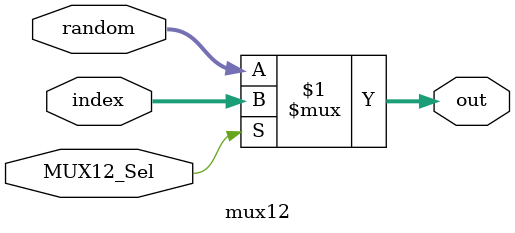
<source format=v>
module mux1(
	RT, RD, MUX1Sel,

	Addr3
	);
	input[4:0] RT, RD;
	input[1:0] MUX1Sel;
	output reg[4:0] Addr3;

	always@(RT, RD, MUX1Sel)
		case(MUX1Sel)
			2'b00:	Addr3 = RT;	//rt
			2'b01:	Addr3 = RD;	//rd
			default:Addr3 = 5'h1f;			//31
		endcase

endmodule

module mux2(
	MUX6Out, CP0Out,
	MUX2Sel, MEM2_SCOut,

	WD
	);
	input [31:0] 		MUX6Out;
	input [31:0]		CP0Out;
	input [31:0]		MEM2_SCOut;
	input [2:0] 		MUX2Sel;

	output[31:0] 		WD;

	assign WD = ( MUX2Sel == 3'b101 ) ? CP0Out :
				( MUX2Sel == 3'b111 ) ? MEM2_SCOut :
										MUX6Out;

endmodule

module mux3(
	RD2, Imm32, MUX3Sel,

	B
	);
	input[31:0] RD2,Imm32;
	input MUX3Sel;
	output reg[31:0] B;

	always@(RD2, Imm32, MUX3Sel)
		case(MUX3Sel)
			1'b0:	B = RD2;
			default:B = Imm32;
		endcase

endmodule

module mux4(
	GPR_RS, data_EX,
	data_MEM1, data_MEM2, MUX4Sel,

	out
	);
	input[31:0] GPR_RS, data_EX, data_MEM1, data_MEM2;
	input[1:0] MUX4Sel;
	output reg[31:0] out;

	always@(GPR_RS, data_EX, data_MEM1, data_MEM2, MUX4Sel)
		case(MUX4Sel)
			2'b00:	out = GPR_RS;
			2'b01:	out = data_EX;
			2'b10:	out = data_MEM1;
			default:out = data_MEM2;
		endcase

endmodule

module mux5(
	GPR_RT, data_EX,
	data_MEM1, data_MEM2, MUX5Sel,

	out
	);
	input[31:0] GPR_RT, data_EX, data_MEM1, data_MEM2;
	input[1:0] MUX5Sel;
	output reg[31:0] out;

	always@(GPR_RT, data_EX, data_MEM1, data_MEM2, MUX5Sel)
		case(MUX5Sel)
			2'b00:	out = GPR_RT;
			2'b01:	out = data_EX;
			2'b10:	out = data_MEM1;
			default:out = data_MEM2;
		endcase

endmodule

module mux6(
	RHLOut, ALU1Out, PC,
	MEM1_MULOut, Imm32, MUX6Sel,

	out
	);
	input[31:0] RHLOut, ALU1Out, PC, Imm32, MEM1_MULOut;
	input[2:0] MUX6Sel;
	output reg[31:0] out;

	always@(RHLOut, ALU1Out, MEM1_MULOut, PC, Imm32, MUX6Sel)
		case(MUX6Sel)
			3'b000:	out = RHLOut;
			3'b001:	out = Imm32;
			3'b010:	out = ALU1Out;
			3'b100: out = MEM1_MULOut;
			default:out = PC + 8;
		endcase

endmodule

module mux7(
	WRSign, MUX7Sel,

	MUX7Out
	);
	input[3:0] WRSign;
	input MUX7Sel;
	output[3:0] MUX7Out;

	assign MUX7Out = MUX7Sel ? 4'b0000 : WRSign;

endmodule

module mux8(
	GPR_RS, data_MEM1, data_MEM2, MUX8Sel,

	out
	);
	input[31:0] GPR_RS, data_MEM1, data_MEM2;
	input[1:0] MUX8Sel;
	output reg[31:0] out;

	always@(GPR_RS, data_MEM1, data_MEM2, MUX8Sel)
		case(MUX8Sel)
			2'b00:	out = GPR_RS;
			2'b01:	out = data_MEM1;
			default:out = data_MEM2;
		endcase
endmodule

module mux9(
	GPR_RT, data_MEM1, data_MEM2, MUX9Sel,

	out
	);
	input[31:0] GPR_RT, data_MEM1, data_MEM2;
	input[1:0] MUX9Sel;
	output reg[31:0] out;

	always@(GPR_RT, data_MEM1, data_MEM2, MUX9Sel)
		case(MUX9Sel)
			2'b00:	out = GPR_RT;
			2'b01:	out = data_MEM1;
			default:out = data_MEM2;
		endcase

endmodule

module mux10(WB_MUX2Out, WB_DMOut, WB_MUX2Sel, MUX10Out);
	input[31:0] WB_MUX2Out;
	input[31:0] WB_DMOut;
	input[2:0] WB_MUX2Sel;
	output[31:0] MUX10Out;

	assign MUX10Out = (WB_MUX2Sel == 3'b100) ? WB_DMOut : WB_MUX2Out;
endmodule

module mux11(
	vpn2, alu1out, MUX11_Sel,

	out
);
	input [18:0] vpn2, alu1out;
	input MUX11_Sel;

	output [18:0] out;

	assign out = MUX11_Sel ? vpn2 : alu1out;
endmodule

module mux12 (
	index, random, MUX12_Sel,

	out
);
	input [3:0] index, random;
	input MUX12_Sel;

	output [3:0] out;

	assign out = MUX12_Sel ? index : random;

endmodule
</source>
